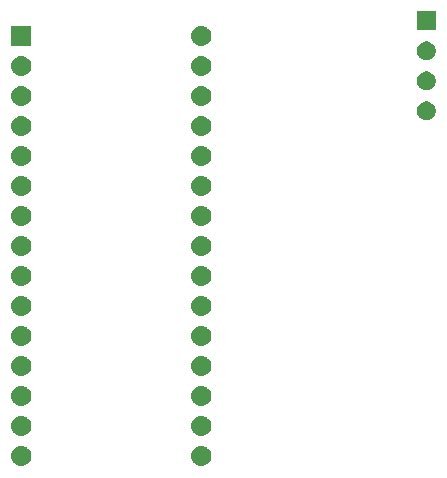
<source format=gbs>
G04 #@! TF.GenerationSoftware,KiCad,Pcbnew,(5.1.0)-1*
G04 #@! TF.CreationDate,2019-10-27T15:01:23-04:00*
G04 #@! TF.ProjectId,Reciever,52656369-6576-4657-922e-6b696361645f,rev?*
G04 #@! TF.SameCoordinates,Original*
G04 #@! TF.FileFunction,Soldermask,Bot*
G04 #@! TF.FilePolarity,Negative*
%FSLAX46Y46*%
G04 Gerber Fmt 4.6, Leading zero omitted, Abs format (unit mm)*
G04 Created by KiCad (PCBNEW (5.1.0)-1) date 2019-10-27 15:01:23*
%MOMM*%
%LPD*%
G04 APERTURE LIST*
%ADD10C,0.100000*%
G04 APERTURE END LIST*
D10*
G36*
X47156823Y-90601313D02*
G01*
X47317242Y-90649976D01*
X47449906Y-90720886D01*
X47465078Y-90728996D01*
X47594659Y-90835341D01*
X47701004Y-90964922D01*
X47701005Y-90964924D01*
X47780024Y-91112758D01*
X47828687Y-91273177D01*
X47845117Y-91440000D01*
X47828687Y-91606823D01*
X47780024Y-91767242D01*
X47709114Y-91899906D01*
X47701004Y-91915078D01*
X47594659Y-92044659D01*
X47465078Y-92151004D01*
X47465076Y-92151005D01*
X47317242Y-92230024D01*
X47156823Y-92278687D01*
X47031804Y-92291000D01*
X46948196Y-92291000D01*
X46823177Y-92278687D01*
X46662758Y-92230024D01*
X46514924Y-92151005D01*
X46514922Y-92151004D01*
X46385341Y-92044659D01*
X46278996Y-91915078D01*
X46270886Y-91899906D01*
X46199976Y-91767242D01*
X46151313Y-91606823D01*
X46134883Y-91440000D01*
X46151313Y-91273177D01*
X46199976Y-91112758D01*
X46278995Y-90964924D01*
X46278996Y-90964922D01*
X46385341Y-90835341D01*
X46514922Y-90728996D01*
X46530094Y-90720886D01*
X46662758Y-90649976D01*
X46823177Y-90601313D01*
X46948196Y-90589000D01*
X47031804Y-90589000D01*
X47156823Y-90601313D01*
X47156823Y-90601313D01*
G37*
G36*
X31916823Y-90601313D02*
G01*
X32077242Y-90649976D01*
X32209906Y-90720886D01*
X32225078Y-90728996D01*
X32354659Y-90835341D01*
X32461004Y-90964922D01*
X32461005Y-90964924D01*
X32540024Y-91112758D01*
X32588687Y-91273177D01*
X32605117Y-91440000D01*
X32588687Y-91606823D01*
X32540024Y-91767242D01*
X32469114Y-91899906D01*
X32461004Y-91915078D01*
X32354659Y-92044659D01*
X32225078Y-92151004D01*
X32225076Y-92151005D01*
X32077242Y-92230024D01*
X31916823Y-92278687D01*
X31791804Y-92291000D01*
X31708196Y-92291000D01*
X31583177Y-92278687D01*
X31422758Y-92230024D01*
X31274924Y-92151005D01*
X31274922Y-92151004D01*
X31145341Y-92044659D01*
X31038996Y-91915078D01*
X31030886Y-91899906D01*
X30959976Y-91767242D01*
X30911313Y-91606823D01*
X30894883Y-91440000D01*
X30911313Y-91273177D01*
X30959976Y-91112758D01*
X31038995Y-90964924D01*
X31038996Y-90964922D01*
X31145341Y-90835341D01*
X31274922Y-90728996D01*
X31290094Y-90720886D01*
X31422758Y-90649976D01*
X31583177Y-90601313D01*
X31708196Y-90589000D01*
X31791804Y-90589000D01*
X31916823Y-90601313D01*
X31916823Y-90601313D01*
G37*
G36*
X47156823Y-88061313D02*
G01*
X47317242Y-88109976D01*
X47449906Y-88180886D01*
X47465078Y-88188996D01*
X47594659Y-88295341D01*
X47701004Y-88424922D01*
X47701005Y-88424924D01*
X47780024Y-88572758D01*
X47828687Y-88733177D01*
X47845117Y-88900000D01*
X47828687Y-89066823D01*
X47780024Y-89227242D01*
X47709114Y-89359906D01*
X47701004Y-89375078D01*
X47594659Y-89504659D01*
X47465078Y-89611004D01*
X47465076Y-89611005D01*
X47317242Y-89690024D01*
X47156823Y-89738687D01*
X47031804Y-89751000D01*
X46948196Y-89751000D01*
X46823177Y-89738687D01*
X46662758Y-89690024D01*
X46514924Y-89611005D01*
X46514922Y-89611004D01*
X46385341Y-89504659D01*
X46278996Y-89375078D01*
X46270886Y-89359906D01*
X46199976Y-89227242D01*
X46151313Y-89066823D01*
X46134883Y-88900000D01*
X46151313Y-88733177D01*
X46199976Y-88572758D01*
X46278995Y-88424924D01*
X46278996Y-88424922D01*
X46385341Y-88295341D01*
X46514922Y-88188996D01*
X46530094Y-88180886D01*
X46662758Y-88109976D01*
X46823177Y-88061313D01*
X46948196Y-88049000D01*
X47031804Y-88049000D01*
X47156823Y-88061313D01*
X47156823Y-88061313D01*
G37*
G36*
X31916823Y-88061313D02*
G01*
X32077242Y-88109976D01*
X32209906Y-88180886D01*
X32225078Y-88188996D01*
X32354659Y-88295341D01*
X32461004Y-88424922D01*
X32461005Y-88424924D01*
X32540024Y-88572758D01*
X32588687Y-88733177D01*
X32605117Y-88900000D01*
X32588687Y-89066823D01*
X32540024Y-89227242D01*
X32469114Y-89359906D01*
X32461004Y-89375078D01*
X32354659Y-89504659D01*
X32225078Y-89611004D01*
X32225076Y-89611005D01*
X32077242Y-89690024D01*
X31916823Y-89738687D01*
X31791804Y-89751000D01*
X31708196Y-89751000D01*
X31583177Y-89738687D01*
X31422758Y-89690024D01*
X31274924Y-89611005D01*
X31274922Y-89611004D01*
X31145341Y-89504659D01*
X31038996Y-89375078D01*
X31030886Y-89359906D01*
X30959976Y-89227242D01*
X30911313Y-89066823D01*
X30894883Y-88900000D01*
X30911313Y-88733177D01*
X30959976Y-88572758D01*
X31038995Y-88424924D01*
X31038996Y-88424922D01*
X31145341Y-88295341D01*
X31274922Y-88188996D01*
X31290094Y-88180886D01*
X31422758Y-88109976D01*
X31583177Y-88061313D01*
X31708196Y-88049000D01*
X31791804Y-88049000D01*
X31916823Y-88061313D01*
X31916823Y-88061313D01*
G37*
G36*
X47156823Y-85521313D02*
G01*
X47317242Y-85569976D01*
X47449906Y-85640886D01*
X47465078Y-85648996D01*
X47594659Y-85755341D01*
X47701004Y-85884922D01*
X47701005Y-85884924D01*
X47780024Y-86032758D01*
X47828687Y-86193177D01*
X47845117Y-86360000D01*
X47828687Y-86526823D01*
X47780024Y-86687242D01*
X47709114Y-86819906D01*
X47701004Y-86835078D01*
X47594659Y-86964659D01*
X47465078Y-87071004D01*
X47465076Y-87071005D01*
X47317242Y-87150024D01*
X47156823Y-87198687D01*
X47031804Y-87211000D01*
X46948196Y-87211000D01*
X46823177Y-87198687D01*
X46662758Y-87150024D01*
X46514924Y-87071005D01*
X46514922Y-87071004D01*
X46385341Y-86964659D01*
X46278996Y-86835078D01*
X46270886Y-86819906D01*
X46199976Y-86687242D01*
X46151313Y-86526823D01*
X46134883Y-86360000D01*
X46151313Y-86193177D01*
X46199976Y-86032758D01*
X46278995Y-85884924D01*
X46278996Y-85884922D01*
X46385341Y-85755341D01*
X46514922Y-85648996D01*
X46530094Y-85640886D01*
X46662758Y-85569976D01*
X46823177Y-85521313D01*
X46948196Y-85509000D01*
X47031804Y-85509000D01*
X47156823Y-85521313D01*
X47156823Y-85521313D01*
G37*
G36*
X31916823Y-85521313D02*
G01*
X32077242Y-85569976D01*
X32209906Y-85640886D01*
X32225078Y-85648996D01*
X32354659Y-85755341D01*
X32461004Y-85884922D01*
X32461005Y-85884924D01*
X32540024Y-86032758D01*
X32588687Y-86193177D01*
X32605117Y-86360000D01*
X32588687Y-86526823D01*
X32540024Y-86687242D01*
X32469114Y-86819906D01*
X32461004Y-86835078D01*
X32354659Y-86964659D01*
X32225078Y-87071004D01*
X32225076Y-87071005D01*
X32077242Y-87150024D01*
X31916823Y-87198687D01*
X31791804Y-87211000D01*
X31708196Y-87211000D01*
X31583177Y-87198687D01*
X31422758Y-87150024D01*
X31274924Y-87071005D01*
X31274922Y-87071004D01*
X31145341Y-86964659D01*
X31038996Y-86835078D01*
X31030886Y-86819906D01*
X30959976Y-86687242D01*
X30911313Y-86526823D01*
X30894883Y-86360000D01*
X30911313Y-86193177D01*
X30959976Y-86032758D01*
X31038995Y-85884924D01*
X31038996Y-85884922D01*
X31145341Y-85755341D01*
X31274922Y-85648996D01*
X31290094Y-85640886D01*
X31422758Y-85569976D01*
X31583177Y-85521313D01*
X31708196Y-85509000D01*
X31791804Y-85509000D01*
X31916823Y-85521313D01*
X31916823Y-85521313D01*
G37*
G36*
X31916823Y-82981313D02*
G01*
X32077242Y-83029976D01*
X32209906Y-83100886D01*
X32225078Y-83108996D01*
X32354659Y-83215341D01*
X32461004Y-83344922D01*
X32461005Y-83344924D01*
X32540024Y-83492758D01*
X32588687Y-83653177D01*
X32605117Y-83820000D01*
X32588687Y-83986823D01*
X32540024Y-84147242D01*
X32469114Y-84279906D01*
X32461004Y-84295078D01*
X32354659Y-84424659D01*
X32225078Y-84531004D01*
X32225076Y-84531005D01*
X32077242Y-84610024D01*
X31916823Y-84658687D01*
X31791804Y-84671000D01*
X31708196Y-84671000D01*
X31583177Y-84658687D01*
X31422758Y-84610024D01*
X31274924Y-84531005D01*
X31274922Y-84531004D01*
X31145341Y-84424659D01*
X31038996Y-84295078D01*
X31030886Y-84279906D01*
X30959976Y-84147242D01*
X30911313Y-83986823D01*
X30894883Y-83820000D01*
X30911313Y-83653177D01*
X30959976Y-83492758D01*
X31038995Y-83344924D01*
X31038996Y-83344922D01*
X31145341Y-83215341D01*
X31274922Y-83108996D01*
X31290094Y-83100886D01*
X31422758Y-83029976D01*
X31583177Y-82981313D01*
X31708196Y-82969000D01*
X31791804Y-82969000D01*
X31916823Y-82981313D01*
X31916823Y-82981313D01*
G37*
G36*
X47156823Y-82981313D02*
G01*
X47317242Y-83029976D01*
X47449906Y-83100886D01*
X47465078Y-83108996D01*
X47594659Y-83215341D01*
X47701004Y-83344922D01*
X47701005Y-83344924D01*
X47780024Y-83492758D01*
X47828687Y-83653177D01*
X47845117Y-83820000D01*
X47828687Y-83986823D01*
X47780024Y-84147242D01*
X47709114Y-84279906D01*
X47701004Y-84295078D01*
X47594659Y-84424659D01*
X47465078Y-84531004D01*
X47465076Y-84531005D01*
X47317242Y-84610024D01*
X47156823Y-84658687D01*
X47031804Y-84671000D01*
X46948196Y-84671000D01*
X46823177Y-84658687D01*
X46662758Y-84610024D01*
X46514924Y-84531005D01*
X46514922Y-84531004D01*
X46385341Y-84424659D01*
X46278996Y-84295078D01*
X46270886Y-84279906D01*
X46199976Y-84147242D01*
X46151313Y-83986823D01*
X46134883Y-83820000D01*
X46151313Y-83653177D01*
X46199976Y-83492758D01*
X46278995Y-83344924D01*
X46278996Y-83344922D01*
X46385341Y-83215341D01*
X46514922Y-83108996D01*
X46530094Y-83100886D01*
X46662758Y-83029976D01*
X46823177Y-82981313D01*
X46948196Y-82969000D01*
X47031804Y-82969000D01*
X47156823Y-82981313D01*
X47156823Y-82981313D01*
G37*
G36*
X47156823Y-80441313D02*
G01*
X47317242Y-80489976D01*
X47449906Y-80560886D01*
X47465078Y-80568996D01*
X47594659Y-80675341D01*
X47701004Y-80804922D01*
X47701005Y-80804924D01*
X47780024Y-80952758D01*
X47828687Y-81113177D01*
X47845117Y-81280000D01*
X47828687Y-81446823D01*
X47780024Y-81607242D01*
X47709114Y-81739906D01*
X47701004Y-81755078D01*
X47594659Y-81884659D01*
X47465078Y-81991004D01*
X47465076Y-81991005D01*
X47317242Y-82070024D01*
X47156823Y-82118687D01*
X47031804Y-82131000D01*
X46948196Y-82131000D01*
X46823177Y-82118687D01*
X46662758Y-82070024D01*
X46514924Y-81991005D01*
X46514922Y-81991004D01*
X46385341Y-81884659D01*
X46278996Y-81755078D01*
X46270886Y-81739906D01*
X46199976Y-81607242D01*
X46151313Y-81446823D01*
X46134883Y-81280000D01*
X46151313Y-81113177D01*
X46199976Y-80952758D01*
X46278995Y-80804924D01*
X46278996Y-80804922D01*
X46385341Y-80675341D01*
X46514922Y-80568996D01*
X46530094Y-80560886D01*
X46662758Y-80489976D01*
X46823177Y-80441313D01*
X46948196Y-80429000D01*
X47031804Y-80429000D01*
X47156823Y-80441313D01*
X47156823Y-80441313D01*
G37*
G36*
X31916823Y-80441313D02*
G01*
X32077242Y-80489976D01*
X32209906Y-80560886D01*
X32225078Y-80568996D01*
X32354659Y-80675341D01*
X32461004Y-80804922D01*
X32461005Y-80804924D01*
X32540024Y-80952758D01*
X32588687Y-81113177D01*
X32605117Y-81280000D01*
X32588687Y-81446823D01*
X32540024Y-81607242D01*
X32469114Y-81739906D01*
X32461004Y-81755078D01*
X32354659Y-81884659D01*
X32225078Y-81991004D01*
X32225076Y-81991005D01*
X32077242Y-82070024D01*
X31916823Y-82118687D01*
X31791804Y-82131000D01*
X31708196Y-82131000D01*
X31583177Y-82118687D01*
X31422758Y-82070024D01*
X31274924Y-81991005D01*
X31274922Y-81991004D01*
X31145341Y-81884659D01*
X31038996Y-81755078D01*
X31030886Y-81739906D01*
X30959976Y-81607242D01*
X30911313Y-81446823D01*
X30894883Y-81280000D01*
X30911313Y-81113177D01*
X30959976Y-80952758D01*
X31038995Y-80804924D01*
X31038996Y-80804922D01*
X31145341Y-80675341D01*
X31274922Y-80568996D01*
X31290094Y-80560886D01*
X31422758Y-80489976D01*
X31583177Y-80441313D01*
X31708196Y-80429000D01*
X31791804Y-80429000D01*
X31916823Y-80441313D01*
X31916823Y-80441313D01*
G37*
G36*
X31916823Y-77901313D02*
G01*
X32077242Y-77949976D01*
X32209906Y-78020886D01*
X32225078Y-78028996D01*
X32354659Y-78135341D01*
X32461004Y-78264922D01*
X32461005Y-78264924D01*
X32540024Y-78412758D01*
X32588687Y-78573177D01*
X32605117Y-78740000D01*
X32588687Y-78906823D01*
X32540024Y-79067242D01*
X32469114Y-79199906D01*
X32461004Y-79215078D01*
X32354659Y-79344659D01*
X32225078Y-79451004D01*
X32225076Y-79451005D01*
X32077242Y-79530024D01*
X31916823Y-79578687D01*
X31791804Y-79591000D01*
X31708196Y-79591000D01*
X31583177Y-79578687D01*
X31422758Y-79530024D01*
X31274924Y-79451005D01*
X31274922Y-79451004D01*
X31145341Y-79344659D01*
X31038996Y-79215078D01*
X31030886Y-79199906D01*
X30959976Y-79067242D01*
X30911313Y-78906823D01*
X30894883Y-78740000D01*
X30911313Y-78573177D01*
X30959976Y-78412758D01*
X31038995Y-78264924D01*
X31038996Y-78264922D01*
X31145341Y-78135341D01*
X31274922Y-78028996D01*
X31290094Y-78020886D01*
X31422758Y-77949976D01*
X31583177Y-77901313D01*
X31708196Y-77889000D01*
X31791804Y-77889000D01*
X31916823Y-77901313D01*
X31916823Y-77901313D01*
G37*
G36*
X47156823Y-77901313D02*
G01*
X47317242Y-77949976D01*
X47449906Y-78020886D01*
X47465078Y-78028996D01*
X47594659Y-78135341D01*
X47701004Y-78264922D01*
X47701005Y-78264924D01*
X47780024Y-78412758D01*
X47828687Y-78573177D01*
X47845117Y-78740000D01*
X47828687Y-78906823D01*
X47780024Y-79067242D01*
X47709114Y-79199906D01*
X47701004Y-79215078D01*
X47594659Y-79344659D01*
X47465078Y-79451004D01*
X47465076Y-79451005D01*
X47317242Y-79530024D01*
X47156823Y-79578687D01*
X47031804Y-79591000D01*
X46948196Y-79591000D01*
X46823177Y-79578687D01*
X46662758Y-79530024D01*
X46514924Y-79451005D01*
X46514922Y-79451004D01*
X46385341Y-79344659D01*
X46278996Y-79215078D01*
X46270886Y-79199906D01*
X46199976Y-79067242D01*
X46151313Y-78906823D01*
X46134883Y-78740000D01*
X46151313Y-78573177D01*
X46199976Y-78412758D01*
X46278995Y-78264924D01*
X46278996Y-78264922D01*
X46385341Y-78135341D01*
X46514922Y-78028996D01*
X46530094Y-78020886D01*
X46662758Y-77949976D01*
X46823177Y-77901313D01*
X46948196Y-77889000D01*
X47031804Y-77889000D01*
X47156823Y-77901313D01*
X47156823Y-77901313D01*
G37*
G36*
X31916823Y-75361313D02*
G01*
X32077242Y-75409976D01*
X32209906Y-75480886D01*
X32225078Y-75488996D01*
X32354659Y-75595341D01*
X32461004Y-75724922D01*
X32461005Y-75724924D01*
X32540024Y-75872758D01*
X32588687Y-76033177D01*
X32605117Y-76200000D01*
X32588687Y-76366823D01*
X32540024Y-76527242D01*
X32469114Y-76659906D01*
X32461004Y-76675078D01*
X32354659Y-76804659D01*
X32225078Y-76911004D01*
X32225076Y-76911005D01*
X32077242Y-76990024D01*
X31916823Y-77038687D01*
X31791804Y-77051000D01*
X31708196Y-77051000D01*
X31583177Y-77038687D01*
X31422758Y-76990024D01*
X31274924Y-76911005D01*
X31274922Y-76911004D01*
X31145341Y-76804659D01*
X31038996Y-76675078D01*
X31030886Y-76659906D01*
X30959976Y-76527242D01*
X30911313Y-76366823D01*
X30894883Y-76200000D01*
X30911313Y-76033177D01*
X30959976Y-75872758D01*
X31038995Y-75724924D01*
X31038996Y-75724922D01*
X31145341Y-75595341D01*
X31274922Y-75488996D01*
X31290094Y-75480886D01*
X31422758Y-75409976D01*
X31583177Y-75361313D01*
X31708196Y-75349000D01*
X31791804Y-75349000D01*
X31916823Y-75361313D01*
X31916823Y-75361313D01*
G37*
G36*
X47156823Y-75361313D02*
G01*
X47317242Y-75409976D01*
X47449906Y-75480886D01*
X47465078Y-75488996D01*
X47594659Y-75595341D01*
X47701004Y-75724922D01*
X47701005Y-75724924D01*
X47780024Y-75872758D01*
X47828687Y-76033177D01*
X47845117Y-76200000D01*
X47828687Y-76366823D01*
X47780024Y-76527242D01*
X47709114Y-76659906D01*
X47701004Y-76675078D01*
X47594659Y-76804659D01*
X47465078Y-76911004D01*
X47465076Y-76911005D01*
X47317242Y-76990024D01*
X47156823Y-77038687D01*
X47031804Y-77051000D01*
X46948196Y-77051000D01*
X46823177Y-77038687D01*
X46662758Y-76990024D01*
X46514924Y-76911005D01*
X46514922Y-76911004D01*
X46385341Y-76804659D01*
X46278996Y-76675078D01*
X46270886Y-76659906D01*
X46199976Y-76527242D01*
X46151313Y-76366823D01*
X46134883Y-76200000D01*
X46151313Y-76033177D01*
X46199976Y-75872758D01*
X46278995Y-75724924D01*
X46278996Y-75724922D01*
X46385341Y-75595341D01*
X46514922Y-75488996D01*
X46530094Y-75480886D01*
X46662758Y-75409976D01*
X46823177Y-75361313D01*
X46948196Y-75349000D01*
X47031804Y-75349000D01*
X47156823Y-75361313D01*
X47156823Y-75361313D01*
G37*
G36*
X31916823Y-72821313D02*
G01*
X32077242Y-72869976D01*
X32209906Y-72940886D01*
X32225078Y-72948996D01*
X32354659Y-73055341D01*
X32461004Y-73184922D01*
X32461005Y-73184924D01*
X32540024Y-73332758D01*
X32588687Y-73493177D01*
X32605117Y-73660000D01*
X32588687Y-73826823D01*
X32540024Y-73987242D01*
X32469114Y-74119906D01*
X32461004Y-74135078D01*
X32354659Y-74264659D01*
X32225078Y-74371004D01*
X32225076Y-74371005D01*
X32077242Y-74450024D01*
X31916823Y-74498687D01*
X31791804Y-74511000D01*
X31708196Y-74511000D01*
X31583177Y-74498687D01*
X31422758Y-74450024D01*
X31274924Y-74371005D01*
X31274922Y-74371004D01*
X31145341Y-74264659D01*
X31038996Y-74135078D01*
X31030886Y-74119906D01*
X30959976Y-73987242D01*
X30911313Y-73826823D01*
X30894883Y-73660000D01*
X30911313Y-73493177D01*
X30959976Y-73332758D01*
X31038995Y-73184924D01*
X31038996Y-73184922D01*
X31145341Y-73055341D01*
X31274922Y-72948996D01*
X31290094Y-72940886D01*
X31422758Y-72869976D01*
X31583177Y-72821313D01*
X31708196Y-72809000D01*
X31791804Y-72809000D01*
X31916823Y-72821313D01*
X31916823Y-72821313D01*
G37*
G36*
X47156823Y-72821313D02*
G01*
X47317242Y-72869976D01*
X47449906Y-72940886D01*
X47465078Y-72948996D01*
X47594659Y-73055341D01*
X47701004Y-73184922D01*
X47701005Y-73184924D01*
X47780024Y-73332758D01*
X47828687Y-73493177D01*
X47845117Y-73660000D01*
X47828687Y-73826823D01*
X47780024Y-73987242D01*
X47709114Y-74119906D01*
X47701004Y-74135078D01*
X47594659Y-74264659D01*
X47465078Y-74371004D01*
X47465076Y-74371005D01*
X47317242Y-74450024D01*
X47156823Y-74498687D01*
X47031804Y-74511000D01*
X46948196Y-74511000D01*
X46823177Y-74498687D01*
X46662758Y-74450024D01*
X46514924Y-74371005D01*
X46514922Y-74371004D01*
X46385341Y-74264659D01*
X46278996Y-74135078D01*
X46270886Y-74119906D01*
X46199976Y-73987242D01*
X46151313Y-73826823D01*
X46134883Y-73660000D01*
X46151313Y-73493177D01*
X46199976Y-73332758D01*
X46278995Y-73184924D01*
X46278996Y-73184922D01*
X46385341Y-73055341D01*
X46514922Y-72948996D01*
X46530094Y-72940886D01*
X46662758Y-72869976D01*
X46823177Y-72821313D01*
X46948196Y-72809000D01*
X47031804Y-72809000D01*
X47156823Y-72821313D01*
X47156823Y-72821313D01*
G37*
G36*
X47156823Y-70281313D02*
G01*
X47317242Y-70329976D01*
X47449906Y-70400886D01*
X47465078Y-70408996D01*
X47594659Y-70515341D01*
X47701004Y-70644922D01*
X47701005Y-70644924D01*
X47780024Y-70792758D01*
X47828687Y-70953177D01*
X47845117Y-71120000D01*
X47828687Y-71286823D01*
X47780024Y-71447242D01*
X47709114Y-71579906D01*
X47701004Y-71595078D01*
X47594659Y-71724659D01*
X47465078Y-71831004D01*
X47465076Y-71831005D01*
X47317242Y-71910024D01*
X47156823Y-71958687D01*
X47031804Y-71971000D01*
X46948196Y-71971000D01*
X46823177Y-71958687D01*
X46662758Y-71910024D01*
X46514924Y-71831005D01*
X46514922Y-71831004D01*
X46385341Y-71724659D01*
X46278996Y-71595078D01*
X46270886Y-71579906D01*
X46199976Y-71447242D01*
X46151313Y-71286823D01*
X46134883Y-71120000D01*
X46151313Y-70953177D01*
X46199976Y-70792758D01*
X46278995Y-70644924D01*
X46278996Y-70644922D01*
X46385341Y-70515341D01*
X46514922Y-70408996D01*
X46530094Y-70400886D01*
X46662758Y-70329976D01*
X46823177Y-70281313D01*
X46948196Y-70269000D01*
X47031804Y-70269000D01*
X47156823Y-70281313D01*
X47156823Y-70281313D01*
G37*
G36*
X31916823Y-70281313D02*
G01*
X32077242Y-70329976D01*
X32209906Y-70400886D01*
X32225078Y-70408996D01*
X32354659Y-70515341D01*
X32461004Y-70644922D01*
X32461005Y-70644924D01*
X32540024Y-70792758D01*
X32588687Y-70953177D01*
X32605117Y-71120000D01*
X32588687Y-71286823D01*
X32540024Y-71447242D01*
X32469114Y-71579906D01*
X32461004Y-71595078D01*
X32354659Y-71724659D01*
X32225078Y-71831004D01*
X32225076Y-71831005D01*
X32077242Y-71910024D01*
X31916823Y-71958687D01*
X31791804Y-71971000D01*
X31708196Y-71971000D01*
X31583177Y-71958687D01*
X31422758Y-71910024D01*
X31274924Y-71831005D01*
X31274922Y-71831004D01*
X31145341Y-71724659D01*
X31038996Y-71595078D01*
X31030886Y-71579906D01*
X30959976Y-71447242D01*
X30911313Y-71286823D01*
X30894883Y-71120000D01*
X30911313Y-70953177D01*
X30959976Y-70792758D01*
X31038995Y-70644924D01*
X31038996Y-70644922D01*
X31145341Y-70515341D01*
X31274922Y-70408996D01*
X31290094Y-70400886D01*
X31422758Y-70329976D01*
X31583177Y-70281313D01*
X31708196Y-70269000D01*
X31791804Y-70269000D01*
X31916823Y-70281313D01*
X31916823Y-70281313D01*
G37*
G36*
X31916823Y-67741313D02*
G01*
X32077242Y-67789976D01*
X32209906Y-67860886D01*
X32225078Y-67868996D01*
X32354659Y-67975341D01*
X32461004Y-68104922D01*
X32461005Y-68104924D01*
X32540024Y-68252758D01*
X32588687Y-68413177D01*
X32605117Y-68580000D01*
X32588687Y-68746823D01*
X32540024Y-68907242D01*
X32469114Y-69039906D01*
X32461004Y-69055078D01*
X32354659Y-69184659D01*
X32225078Y-69291004D01*
X32225076Y-69291005D01*
X32077242Y-69370024D01*
X31916823Y-69418687D01*
X31791804Y-69431000D01*
X31708196Y-69431000D01*
X31583177Y-69418687D01*
X31422758Y-69370024D01*
X31274924Y-69291005D01*
X31274922Y-69291004D01*
X31145341Y-69184659D01*
X31038996Y-69055078D01*
X31030886Y-69039906D01*
X30959976Y-68907242D01*
X30911313Y-68746823D01*
X30894883Y-68580000D01*
X30911313Y-68413177D01*
X30959976Y-68252758D01*
X31038995Y-68104924D01*
X31038996Y-68104922D01*
X31145341Y-67975341D01*
X31274922Y-67868996D01*
X31290094Y-67860886D01*
X31422758Y-67789976D01*
X31583177Y-67741313D01*
X31708196Y-67729000D01*
X31791804Y-67729000D01*
X31916823Y-67741313D01*
X31916823Y-67741313D01*
G37*
G36*
X47156823Y-67741313D02*
G01*
X47317242Y-67789976D01*
X47449906Y-67860886D01*
X47465078Y-67868996D01*
X47594659Y-67975341D01*
X47701004Y-68104922D01*
X47701005Y-68104924D01*
X47780024Y-68252758D01*
X47828687Y-68413177D01*
X47845117Y-68580000D01*
X47828687Y-68746823D01*
X47780024Y-68907242D01*
X47709114Y-69039906D01*
X47701004Y-69055078D01*
X47594659Y-69184659D01*
X47465078Y-69291004D01*
X47465076Y-69291005D01*
X47317242Y-69370024D01*
X47156823Y-69418687D01*
X47031804Y-69431000D01*
X46948196Y-69431000D01*
X46823177Y-69418687D01*
X46662758Y-69370024D01*
X46514924Y-69291005D01*
X46514922Y-69291004D01*
X46385341Y-69184659D01*
X46278996Y-69055078D01*
X46270886Y-69039906D01*
X46199976Y-68907242D01*
X46151313Y-68746823D01*
X46134883Y-68580000D01*
X46151313Y-68413177D01*
X46199976Y-68252758D01*
X46278995Y-68104924D01*
X46278996Y-68104922D01*
X46385341Y-67975341D01*
X46514922Y-67868996D01*
X46530094Y-67860886D01*
X46662758Y-67789976D01*
X46823177Y-67741313D01*
X46948196Y-67729000D01*
X47031804Y-67729000D01*
X47156823Y-67741313D01*
X47156823Y-67741313D01*
G37*
G36*
X47156823Y-65201313D02*
G01*
X47317242Y-65249976D01*
X47449906Y-65320886D01*
X47465078Y-65328996D01*
X47594659Y-65435341D01*
X47701004Y-65564922D01*
X47701005Y-65564924D01*
X47780024Y-65712758D01*
X47828687Y-65873177D01*
X47845117Y-66040000D01*
X47828687Y-66206823D01*
X47780024Y-66367242D01*
X47709114Y-66499906D01*
X47701004Y-66515078D01*
X47594659Y-66644659D01*
X47465078Y-66751004D01*
X47465076Y-66751005D01*
X47317242Y-66830024D01*
X47156823Y-66878687D01*
X47031804Y-66891000D01*
X46948196Y-66891000D01*
X46823177Y-66878687D01*
X46662758Y-66830024D01*
X46514924Y-66751005D01*
X46514922Y-66751004D01*
X46385341Y-66644659D01*
X46278996Y-66515078D01*
X46270886Y-66499906D01*
X46199976Y-66367242D01*
X46151313Y-66206823D01*
X46134883Y-66040000D01*
X46151313Y-65873177D01*
X46199976Y-65712758D01*
X46278995Y-65564924D01*
X46278996Y-65564922D01*
X46385341Y-65435341D01*
X46514922Y-65328996D01*
X46530094Y-65320886D01*
X46662758Y-65249976D01*
X46823177Y-65201313D01*
X46948196Y-65189000D01*
X47031804Y-65189000D01*
X47156823Y-65201313D01*
X47156823Y-65201313D01*
G37*
G36*
X31916823Y-65201313D02*
G01*
X32077242Y-65249976D01*
X32209906Y-65320886D01*
X32225078Y-65328996D01*
X32354659Y-65435341D01*
X32461004Y-65564922D01*
X32461005Y-65564924D01*
X32540024Y-65712758D01*
X32588687Y-65873177D01*
X32605117Y-66040000D01*
X32588687Y-66206823D01*
X32540024Y-66367242D01*
X32469114Y-66499906D01*
X32461004Y-66515078D01*
X32354659Y-66644659D01*
X32225078Y-66751004D01*
X32225076Y-66751005D01*
X32077242Y-66830024D01*
X31916823Y-66878687D01*
X31791804Y-66891000D01*
X31708196Y-66891000D01*
X31583177Y-66878687D01*
X31422758Y-66830024D01*
X31274924Y-66751005D01*
X31274922Y-66751004D01*
X31145341Y-66644659D01*
X31038996Y-66515078D01*
X31030886Y-66499906D01*
X30959976Y-66367242D01*
X30911313Y-66206823D01*
X30894883Y-66040000D01*
X30911313Y-65873177D01*
X30959976Y-65712758D01*
X31038995Y-65564924D01*
X31038996Y-65564922D01*
X31145341Y-65435341D01*
X31274922Y-65328996D01*
X31290094Y-65320886D01*
X31422758Y-65249976D01*
X31583177Y-65201313D01*
X31708196Y-65189000D01*
X31791804Y-65189000D01*
X31916823Y-65201313D01*
X31916823Y-65201313D01*
G37*
G36*
X31916823Y-62661313D02*
G01*
X32077242Y-62709976D01*
X32134550Y-62740608D01*
X32225078Y-62788996D01*
X32354659Y-62895341D01*
X32461004Y-63024922D01*
X32461005Y-63024924D01*
X32540024Y-63172758D01*
X32588687Y-63333177D01*
X32605117Y-63500000D01*
X32588687Y-63666823D01*
X32540024Y-63827242D01*
X32469114Y-63959906D01*
X32461004Y-63975078D01*
X32354659Y-64104659D01*
X32225078Y-64211004D01*
X32225076Y-64211005D01*
X32077242Y-64290024D01*
X31916823Y-64338687D01*
X31791804Y-64351000D01*
X31708196Y-64351000D01*
X31583177Y-64338687D01*
X31422758Y-64290024D01*
X31274924Y-64211005D01*
X31274922Y-64211004D01*
X31145341Y-64104659D01*
X31038996Y-63975078D01*
X31030886Y-63959906D01*
X30959976Y-63827242D01*
X30911313Y-63666823D01*
X30894883Y-63500000D01*
X30911313Y-63333177D01*
X30959976Y-63172758D01*
X31038995Y-63024924D01*
X31038996Y-63024922D01*
X31145341Y-62895341D01*
X31274922Y-62788996D01*
X31365450Y-62740608D01*
X31422758Y-62709976D01*
X31583177Y-62661313D01*
X31708196Y-62649000D01*
X31791804Y-62649000D01*
X31916823Y-62661313D01*
X31916823Y-62661313D01*
G37*
G36*
X47156823Y-62661313D02*
G01*
X47317242Y-62709976D01*
X47374550Y-62740608D01*
X47465078Y-62788996D01*
X47594659Y-62895341D01*
X47701004Y-63024922D01*
X47701005Y-63024924D01*
X47780024Y-63172758D01*
X47828687Y-63333177D01*
X47845117Y-63500000D01*
X47828687Y-63666823D01*
X47780024Y-63827242D01*
X47709114Y-63959906D01*
X47701004Y-63975078D01*
X47594659Y-64104659D01*
X47465078Y-64211004D01*
X47465076Y-64211005D01*
X47317242Y-64290024D01*
X47156823Y-64338687D01*
X47031804Y-64351000D01*
X46948196Y-64351000D01*
X46823177Y-64338687D01*
X46662758Y-64290024D01*
X46514924Y-64211005D01*
X46514922Y-64211004D01*
X46385341Y-64104659D01*
X46278996Y-63975078D01*
X46270886Y-63959906D01*
X46199976Y-63827242D01*
X46151313Y-63666823D01*
X46134883Y-63500000D01*
X46151313Y-63333177D01*
X46199976Y-63172758D01*
X46278995Y-63024924D01*
X46278996Y-63024922D01*
X46385341Y-62895341D01*
X46514922Y-62788996D01*
X46605450Y-62740608D01*
X46662758Y-62709976D01*
X46823177Y-62661313D01*
X46948196Y-62649000D01*
X47031804Y-62649000D01*
X47156823Y-62661313D01*
X47156823Y-62661313D01*
G37*
G36*
X66273642Y-61459781D02*
G01*
X66419414Y-61520162D01*
X66419416Y-61520163D01*
X66550608Y-61607822D01*
X66662178Y-61719392D01*
X66723388Y-61811000D01*
X66749838Y-61850586D01*
X66810219Y-61996358D01*
X66841000Y-62151107D01*
X66841000Y-62308893D01*
X66810219Y-62463642D01*
X66749838Y-62609414D01*
X66749837Y-62609416D01*
X66662178Y-62740608D01*
X66550608Y-62852178D01*
X66419416Y-62939837D01*
X66419415Y-62939838D01*
X66419414Y-62939838D01*
X66273642Y-63000219D01*
X66118893Y-63031000D01*
X65961107Y-63031000D01*
X65806358Y-63000219D01*
X65660586Y-62939838D01*
X65660585Y-62939838D01*
X65660584Y-62939837D01*
X65529392Y-62852178D01*
X65417822Y-62740608D01*
X65330163Y-62609416D01*
X65330162Y-62609414D01*
X65269781Y-62463642D01*
X65239000Y-62308893D01*
X65239000Y-62151107D01*
X65269781Y-61996358D01*
X65330162Y-61850586D01*
X65356612Y-61811000D01*
X65417822Y-61719392D01*
X65529392Y-61607822D01*
X65660584Y-61520163D01*
X65660586Y-61520162D01*
X65806358Y-61459781D01*
X65961107Y-61429000D01*
X66118893Y-61429000D01*
X66273642Y-61459781D01*
X66273642Y-61459781D01*
G37*
G36*
X47156823Y-60121313D02*
G01*
X47317242Y-60169976D01*
X47374550Y-60200608D01*
X47465078Y-60248996D01*
X47594659Y-60355341D01*
X47701004Y-60484922D01*
X47701005Y-60484924D01*
X47780024Y-60632758D01*
X47828687Y-60793177D01*
X47845117Y-60960000D01*
X47828687Y-61126823D01*
X47780024Y-61287242D01*
X47709114Y-61419906D01*
X47701004Y-61435078D01*
X47594659Y-61564659D01*
X47465078Y-61671004D01*
X47465076Y-61671005D01*
X47317242Y-61750024D01*
X47156823Y-61798687D01*
X47031804Y-61811000D01*
X46948196Y-61811000D01*
X46823177Y-61798687D01*
X46662758Y-61750024D01*
X46514924Y-61671005D01*
X46514922Y-61671004D01*
X46385341Y-61564659D01*
X46278996Y-61435078D01*
X46270886Y-61419906D01*
X46199976Y-61287242D01*
X46151313Y-61126823D01*
X46134883Y-60960000D01*
X46151313Y-60793177D01*
X46199976Y-60632758D01*
X46278995Y-60484924D01*
X46278996Y-60484922D01*
X46385341Y-60355341D01*
X46514922Y-60248996D01*
X46605450Y-60200608D01*
X46662758Y-60169976D01*
X46823177Y-60121313D01*
X46948196Y-60109000D01*
X47031804Y-60109000D01*
X47156823Y-60121313D01*
X47156823Y-60121313D01*
G37*
G36*
X31916823Y-60121313D02*
G01*
X32077242Y-60169976D01*
X32134550Y-60200608D01*
X32225078Y-60248996D01*
X32354659Y-60355341D01*
X32461004Y-60484922D01*
X32461005Y-60484924D01*
X32540024Y-60632758D01*
X32588687Y-60793177D01*
X32605117Y-60960000D01*
X32588687Y-61126823D01*
X32540024Y-61287242D01*
X32469114Y-61419906D01*
X32461004Y-61435078D01*
X32354659Y-61564659D01*
X32225078Y-61671004D01*
X32225076Y-61671005D01*
X32077242Y-61750024D01*
X31916823Y-61798687D01*
X31791804Y-61811000D01*
X31708196Y-61811000D01*
X31583177Y-61798687D01*
X31422758Y-61750024D01*
X31274924Y-61671005D01*
X31274922Y-61671004D01*
X31145341Y-61564659D01*
X31038996Y-61435078D01*
X31030886Y-61419906D01*
X30959976Y-61287242D01*
X30911313Y-61126823D01*
X30894883Y-60960000D01*
X30911313Y-60793177D01*
X30959976Y-60632758D01*
X31038995Y-60484924D01*
X31038996Y-60484922D01*
X31145341Y-60355341D01*
X31274922Y-60248996D01*
X31365450Y-60200608D01*
X31422758Y-60169976D01*
X31583177Y-60121313D01*
X31708196Y-60109000D01*
X31791804Y-60109000D01*
X31916823Y-60121313D01*
X31916823Y-60121313D01*
G37*
G36*
X66273642Y-58919781D02*
G01*
X66419414Y-58980162D01*
X66419416Y-58980163D01*
X66550608Y-59067822D01*
X66662178Y-59179392D01*
X66723388Y-59271000D01*
X66749838Y-59310586D01*
X66810219Y-59456358D01*
X66841000Y-59611107D01*
X66841000Y-59768893D01*
X66810219Y-59923642D01*
X66749838Y-60069414D01*
X66749837Y-60069416D01*
X66662178Y-60200608D01*
X66550608Y-60312178D01*
X66419416Y-60399837D01*
X66419415Y-60399838D01*
X66419414Y-60399838D01*
X66273642Y-60460219D01*
X66118893Y-60491000D01*
X65961107Y-60491000D01*
X65806358Y-60460219D01*
X65660586Y-60399838D01*
X65660585Y-60399838D01*
X65660584Y-60399837D01*
X65529392Y-60312178D01*
X65417822Y-60200608D01*
X65330163Y-60069416D01*
X65330162Y-60069414D01*
X65269781Y-59923642D01*
X65239000Y-59768893D01*
X65239000Y-59611107D01*
X65269781Y-59456358D01*
X65330162Y-59310586D01*
X65356612Y-59271000D01*
X65417822Y-59179392D01*
X65529392Y-59067822D01*
X65660584Y-58980163D01*
X65660586Y-58980162D01*
X65806358Y-58919781D01*
X65961107Y-58889000D01*
X66118893Y-58889000D01*
X66273642Y-58919781D01*
X66273642Y-58919781D01*
G37*
G36*
X47156823Y-57581313D02*
G01*
X47317242Y-57629976D01*
X47374550Y-57660608D01*
X47465078Y-57708996D01*
X47594659Y-57815341D01*
X47701004Y-57944922D01*
X47701005Y-57944924D01*
X47780024Y-58092758D01*
X47828687Y-58253177D01*
X47845117Y-58420000D01*
X47828687Y-58586823D01*
X47780024Y-58747242D01*
X47709114Y-58879906D01*
X47701004Y-58895078D01*
X47594659Y-59024659D01*
X47465078Y-59131004D01*
X47465076Y-59131005D01*
X47317242Y-59210024D01*
X47156823Y-59258687D01*
X47031804Y-59271000D01*
X46948196Y-59271000D01*
X46823177Y-59258687D01*
X46662758Y-59210024D01*
X46514924Y-59131005D01*
X46514922Y-59131004D01*
X46385341Y-59024659D01*
X46278996Y-58895078D01*
X46270886Y-58879906D01*
X46199976Y-58747242D01*
X46151313Y-58586823D01*
X46134883Y-58420000D01*
X46151313Y-58253177D01*
X46199976Y-58092758D01*
X46278995Y-57944924D01*
X46278996Y-57944922D01*
X46385341Y-57815341D01*
X46514922Y-57708996D01*
X46605450Y-57660608D01*
X46662758Y-57629976D01*
X46823177Y-57581313D01*
X46948196Y-57569000D01*
X47031804Y-57569000D01*
X47156823Y-57581313D01*
X47156823Y-57581313D01*
G37*
G36*
X31916823Y-57581313D02*
G01*
X32077242Y-57629976D01*
X32134550Y-57660608D01*
X32225078Y-57708996D01*
X32354659Y-57815341D01*
X32461004Y-57944922D01*
X32461005Y-57944924D01*
X32540024Y-58092758D01*
X32588687Y-58253177D01*
X32605117Y-58420000D01*
X32588687Y-58586823D01*
X32540024Y-58747242D01*
X32469114Y-58879906D01*
X32461004Y-58895078D01*
X32354659Y-59024659D01*
X32225078Y-59131004D01*
X32225076Y-59131005D01*
X32077242Y-59210024D01*
X31916823Y-59258687D01*
X31791804Y-59271000D01*
X31708196Y-59271000D01*
X31583177Y-59258687D01*
X31422758Y-59210024D01*
X31274924Y-59131005D01*
X31274922Y-59131004D01*
X31145341Y-59024659D01*
X31038996Y-58895078D01*
X31030886Y-58879906D01*
X30959976Y-58747242D01*
X30911313Y-58586823D01*
X30894883Y-58420000D01*
X30911313Y-58253177D01*
X30959976Y-58092758D01*
X31038995Y-57944924D01*
X31038996Y-57944922D01*
X31145341Y-57815341D01*
X31274922Y-57708996D01*
X31365450Y-57660608D01*
X31422758Y-57629976D01*
X31583177Y-57581313D01*
X31708196Y-57569000D01*
X31791804Y-57569000D01*
X31916823Y-57581313D01*
X31916823Y-57581313D01*
G37*
G36*
X66273642Y-56379781D02*
G01*
X66419414Y-56440162D01*
X66419416Y-56440163D01*
X66550608Y-56527822D01*
X66662178Y-56639392D01*
X66723388Y-56731000D01*
X66749838Y-56770586D01*
X66810219Y-56916358D01*
X66841000Y-57071107D01*
X66841000Y-57228893D01*
X66810219Y-57383642D01*
X66749838Y-57529414D01*
X66749837Y-57529416D01*
X66662178Y-57660608D01*
X66550608Y-57772178D01*
X66419416Y-57859837D01*
X66419415Y-57859838D01*
X66419414Y-57859838D01*
X66273642Y-57920219D01*
X66118893Y-57951000D01*
X65961107Y-57951000D01*
X65806358Y-57920219D01*
X65660586Y-57859838D01*
X65660585Y-57859838D01*
X65660584Y-57859837D01*
X65529392Y-57772178D01*
X65417822Y-57660608D01*
X65330163Y-57529416D01*
X65330162Y-57529414D01*
X65269781Y-57383642D01*
X65239000Y-57228893D01*
X65239000Y-57071107D01*
X65269781Y-56916358D01*
X65330162Y-56770586D01*
X65356612Y-56731000D01*
X65417822Y-56639392D01*
X65529392Y-56527822D01*
X65660584Y-56440163D01*
X65660586Y-56440162D01*
X65806358Y-56379781D01*
X65961107Y-56349000D01*
X66118893Y-56349000D01*
X66273642Y-56379781D01*
X66273642Y-56379781D01*
G37*
G36*
X47156823Y-55041313D02*
G01*
X47317242Y-55089976D01*
X47449906Y-55160886D01*
X47465078Y-55168996D01*
X47594659Y-55275341D01*
X47701004Y-55404922D01*
X47701005Y-55404924D01*
X47780024Y-55552758D01*
X47828687Y-55713177D01*
X47845117Y-55880000D01*
X47828687Y-56046823D01*
X47780024Y-56207242D01*
X47709114Y-56339906D01*
X47701004Y-56355078D01*
X47594659Y-56484659D01*
X47465078Y-56591004D01*
X47465076Y-56591005D01*
X47317242Y-56670024D01*
X47156823Y-56718687D01*
X47031804Y-56731000D01*
X46948196Y-56731000D01*
X46823177Y-56718687D01*
X46662758Y-56670024D01*
X46514924Y-56591005D01*
X46514922Y-56591004D01*
X46385341Y-56484659D01*
X46278996Y-56355078D01*
X46270886Y-56339906D01*
X46199976Y-56207242D01*
X46151313Y-56046823D01*
X46134883Y-55880000D01*
X46151313Y-55713177D01*
X46199976Y-55552758D01*
X46278995Y-55404924D01*
X46278996Y-55404922D01*
X46385341Y-55275341D01*
X46514922Y-55168996D01*
X46530094Y-55160886D01*
X46662758Y-55089976D01*
X46823177Y-55041313D01*
X46948196Y-55029000D01*
X47031804Y-55029000D01*
X47156823Y-55041313D01*
X47156823Y-55041313D01*
G37*
G36*
X32601000Y-56731000D02*
G01*
X30899000Y-56731000D01*
X30899000Y-55029000D01*
X32601000Y-55029000D01*
X32601000Y-56731000D01*
X32601000Y-56731000D01*
G37*
G36*
X66841000Y-55411000D02*
G01*
X65239000Y-55411000D01*
X65239000Y-53809000D01*
X66841000Y-53809000D01*
X66841000Y-55411000D01*
X66841000Y-55411000D01*
G37*
M02*

</source>
